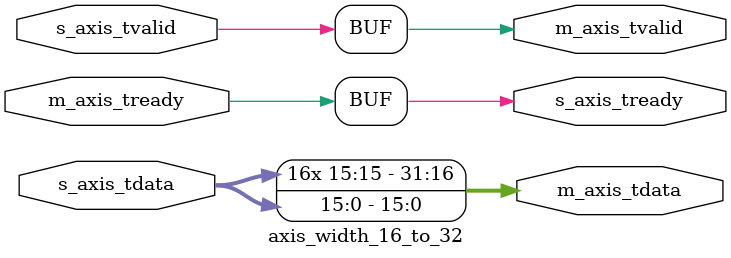
<source format=v>
`timescale 1ns / 1ps


module axis_width_16_to_32 (
  input signed [15:0] s_axis_tdata,
  input s_axis_tvalid,
  input m_axis_tready,
  output signed [31:0] m_axis_tdata,
  output m_axis_tvalid,
  output s_axis_tready
  );
    
  assign m_axis_tdata = { {16{s_axis_tdata[15]}}, s_axis_tdata };  // sign extend the input to 32 bits
  
  // other signals passthrough
  assign m_axis_tvalid = s_axis_tvalid;
  assign s_axis_tready = m_axis_tready; 
   
endmodule

</source>
